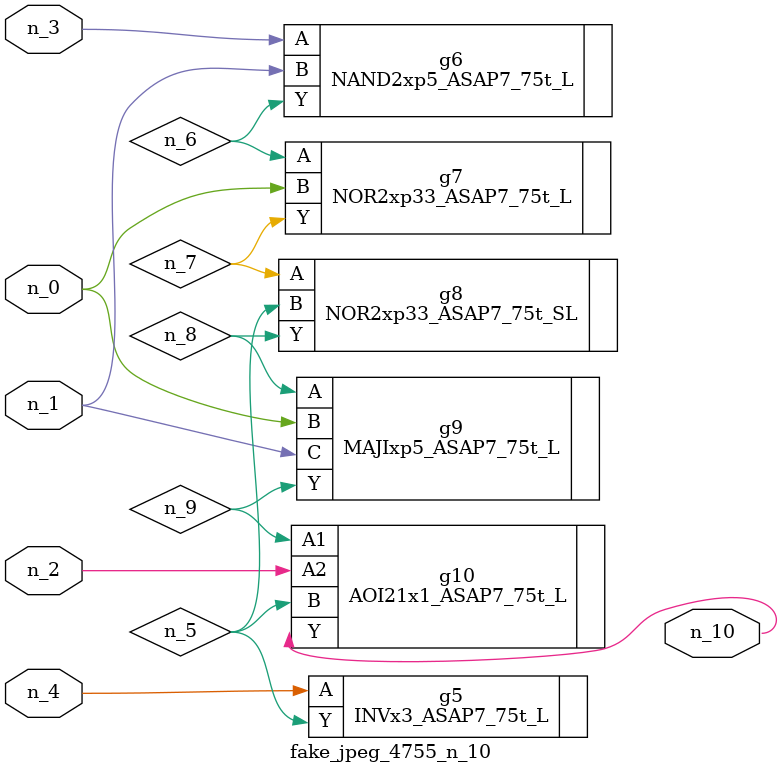
<source format=v>
module fake_jpeg_4755_n_10 (n_3, n_2, n_1, n_0, n_4, n_10);

input n_3;
input n_2;
input n_1;
input n_0;
input n_4;

output n_10;

wire n_8;
wire n_9;
wire n_6;
wire n_5;
wire n_7;

INVx3_ASAP7_75t_L g5 ( 
.A(n_4),
.Y(n_5)
);

NAND2xp5_ASAP7_75t_L g6 ( 
.A(n_3),
.B(n_1),
.Y(n_6)
);

NOR2xp33_ASAP7_75t_L g7 ( 
.A(n_6),
.B(n_0),
.Y(n_7)
);

NOR2xp33_ASAP7_75t_SL g8 ( 
.A(n_7),
.B(n_5),
.Y(n_8)
);

MAJIxp5_ASAP7_75t_L g9 ( 
.A(n_8),
.B(n_0),
.C(n_1),
.Y(n_9)
);

AOI21x1_ASAP7_75t_L g10 ( 
.A1(n_9),
.A2(n_2),
.B(n_5),
.Y(n_10)
);


endmodule
</source>
